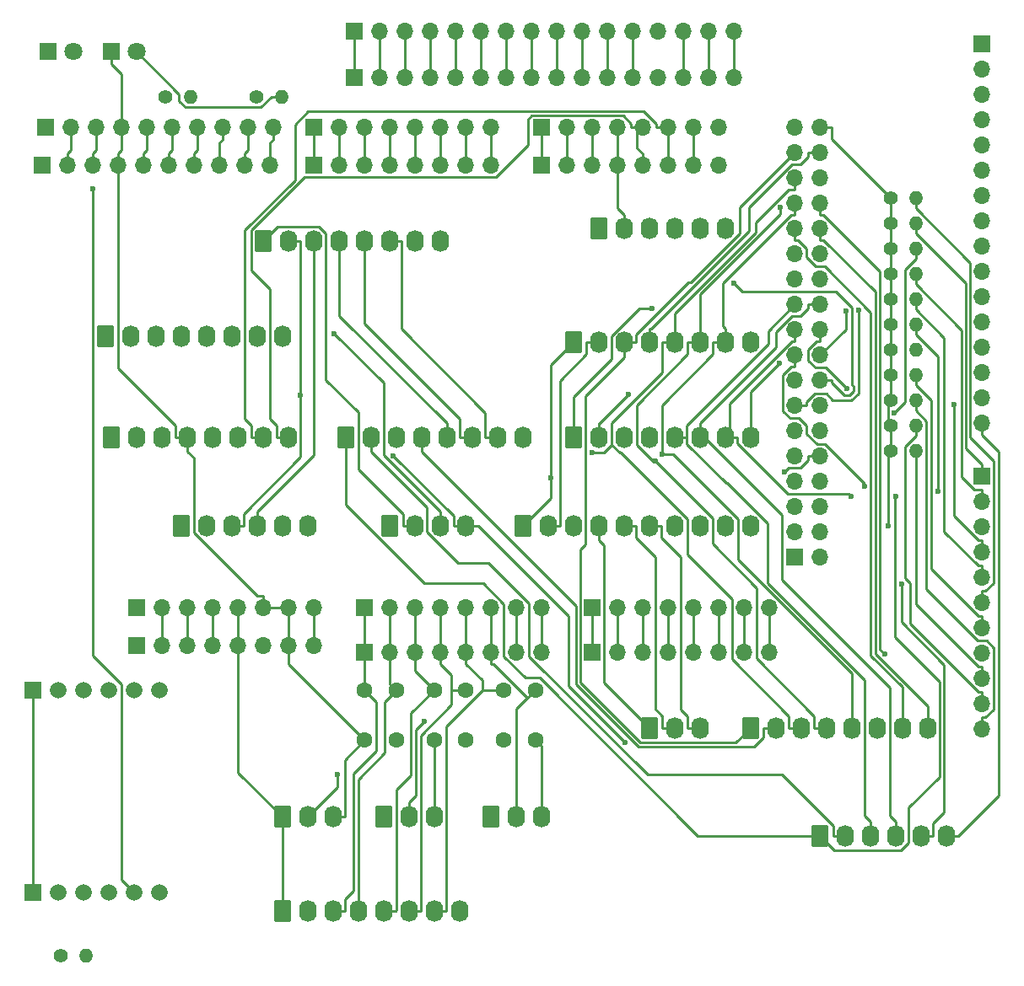
<source format=gbr>
%TF.GenerationSoftware,KiCad,Pcbnew,(6.0.7-1)-1*%
%TF.CreationDate,2023-11-05T12:24:44+10:00*%
%TF.ProjectId,Right Console Input,52696768-7420-4436-9f6e-736f6c652049,rev?*%
%TF.SameCoordinates,Original*%
%TF.FileFunction,Copper,L2,Bot*%
%TF.FilePolarity,Positive*%
%FSLAX46Y46*%
G04 Gerber Fmt 4.6, Leading zero omitted, Abs format (unit mm)*
G04 Created by KiCad (PCBNEW (6.0.7-1)-1) date 2023-11-05 12:24:44*
%MOMM*%
%LPD*%
G01*
G04 APERTURE LIST*
G04 Aperture macros list*
%AMRoundRect*
0 Rectangle with rounded corners*
0 $1 Rounding radius*
0 $2 $3 $4 $5 $6 $7 $8 $9 X,Y pos of 4 corners*
0 Add a 4 corners polygon primitive as box body*
4,1,4,$2,$3,$4,$5,$6,$7,$8,$9,$2,$3,0*
0 Add four circle primitives for the rounded corners*
1,1,$1+$1,$2,$3*
1,1,$1+$1,$4,$5*
1,1,$1+$1,$6,$7*
1,1,$1+$1,$8,$9*
0 Add four rect primitives between the rounded corners*
20,1,$1+$1,$2,$3,$4,$5,0*
20,1,$1+$1,$4,$5,$6,$7,0*
20,1,$1+$1,$6,$7,$8,$9,0*
20,1,$1+$1,$8,$9,$2,$3,0*%
G04 Aperture macros list end*
%TA.AperFunction,ComponentPad*%
%ADD10R,1.700000X1.700000*%
%TD*%
%TA.AperFunction,ComponentPad*%
%ADD11O,1.700000X1.700000*%
%TD*%
%TA.AperFunction,ComponentPad*%
%ADD12RoundRect,0.250000X-0.620000X-0.845000X0.620000X-0.845000X0.620000X0.845000X-0.620000X0.845000X0*%
%TD*%
%TA.AperFunction,ComponentPad*%
%ADD13O,1.740000X2.190000*%
%TD*%
%TA.AperFunction,ComponentPad*%
%ADD14C,1.400000*%
%TD*%
%TA.AperFunction,ComponentPad*%
%ADD15O,1.400000X1.400000*%
%TD*%
%TA.AperFunction,ComponentPad*%
%ADD16C,1.600000*%
%TD*%
%TA.AperFunction,ComponentPad*%
%ADD17R,1.800000X1.800000*%
%TD*%
%TA.AperFunction,ComponentPad*%
%ADD18C,1.800000*%
%TD*%
%TA.AperFunction,ComponentPad*%
%ADD19R,1.665000X1.665000*%
%TD*%
%TA.AperFunction,ComponentPad*%
%ADD20C,1.665000*%
%TD*%
%TA.AperFunction,ViaPad*%
%ADD21C,0.600000*%
%TD*%
%TA.AperFunction,Conductor*%
%ADD22C,0.250000*%
%TD*%
G04 APERTURE END LIST*
D10*
%TO.P,J33,1,Pin_1*%
%TO.N,GND*%
X193980000Y-92380000D03*
D11*
%TO.P,J33,2,Pin_2*%
X196520000Y-92380000D03*
%TO.P,J33,3,Pin_3*%
%TO.N,SCLK*%
X193980000Y-89840000D03*
%TO.P,J33,4,Pin_4*%
%TO.N,ES1_RST*%
X196520000Y-89840000D03*
%TO.P,J33,5,Pin_5*%
%TO.N,MISO*%
X193980000Y-87300000D03*
%TO.P,J33,6,Pin_6*%
%TO.N,MOSI*%
X196520000Y-87300000D03*
%TO.P,J33,7,Pin_7*%
%TO.N,/48*%
X193980000Y-84760000D03*
%TO.P,J33,8,Pin_8*%
%TO.N,/49*%
X196520000Y-84760000D03*
%TO.P,J33,9,Pin_9*%
%TO.N,/\u002A46*%
X193980000Y-82220000D03*
%TO.P,J33,10,Pin_10*%
%TO.N,/47*%
X196520000Y-82220000D03*
%TO.P,J33,11,Pin_11*%
%TO.N,/\u002A44*%
X193980000Y-79680000D03*
%TO.P,J33,12,Pin_12*%
%TO.N,/\u002A45*%
X196520000Y-79680000D03*
%TO.P,J33,13,Pin_13*%
%TO.N,/42*%
X193980000Y-77140000D03*
%TO.P,J33,14,Pin_14*%
%TO.N,/43*%
X196520000Y-77140000D03*
%TO.P,J33,15,Pin_15*%
%TO.N,/40*%
X193980000Y-74600000D03*
%TO.P,J33,16,Pin_16*%
%TO.N,/41*%
X196520000Y-74600000D03*
%TO.P,J33,17,Pin_17*%
%TO.N,/38*%
X193980000Y-72060000D03*
%TO.P,J33,18,Pin_18*%
%TO.N,/39*%
X196520000Y-72060000D03*
%TO.P,J33,19,Pin_19*%
%TO.N,/36*%
X193980000Y-69520000D03*
%TO.P,J33,20,Pin_20*%
%TO.N,/37*%
X196520000Y-69520000D03*
%TO.P,J33,21,Pin_21*%
%TO.N,/34*%
X193980000Y-66980000D03*
%TO.P,J33,22,Pin_22*%
%TO.N,/35*%
X196520000Y-66980000D03*
%TO.P,J33,23,Pin_23*%
%TO.N,/32*%
X193980000Y-64440000D03*
%TO.P,J33,24,Pin_24*%
%TO.N,/33*%
X196520000Y-64440000D03*
%TO.P,J33,25,Pin_25*%
%TO.N,/30*%
X193980000Y-61900000D03*
%TO.P,J33,26,Pin_26*%
%TO.N,/31*%
X196520000Y-61900000D03*
%TO.P,J33,27,Pin_27*%
%TO.N,/28*%
X193980000Y-59360000D03*
%TO.P,J33,28,Pin_28*%
%TO.N,/29*%
X196520000Y-59360000D03*
%TO.P,J33,29,Pin_29*%
%TO.N,/26*%
X193980000Y-56820000D03*
%TO.P,J33,30,Pin_30*%
%TO.N,/27*%
X196520000Y-56820000D03*
%TO.P,J33,31,Pin_31*%
%TO.N,/24*%
X193980000Y-54280000D03*
%TO.P,J33,32,Pin_32*%
%TO.N,/25*%
X196520000Y-54280000D03*
%TO.P,J33,33,Pin_33*%
%TO.N,/22*%
X193980000Y-51740000D03*
%TO.P,J33,34,Pin_34*%
%TO.N,/23*%
X196520000Y-51740000D03*
%TO.P,J33,35,Pin_35*%
%TO.N,+5V*%
X193980000Y-49200000D03*
%TO.P,J33,36,Pin_36*%
X196520000Y-49200000D03*
%TD*%
D10*
%TO.P,J7,1,Pin_1*%
%TO.N,unconnected-(J28-Pad1)*%
X127940000Y-97460000D03*
D11*
%TO.P,J7,2,Pin_2*%
%TO.N,/IOREF*%
X130480000Y-97460000D03*
%TO.P,J7,3,Pin_3*%
%TO.N,/~{RESET}*%
X133020000Y-97460000D03*
%TO.P,J7,4,Pin_4*%
%TO.N,+3V3*%
X135560000Y-97460000D03*
%TO.P,J7,5,Pin_5*%
%TO.N,+5V*%
X138100000Y-97460000D03*
%TO.P,J7,6,Pin_6*%
%TO.N,GND*%
X140640000Y-97460000D03*
%TO.P,J7,7,Pin_7*%
X143180000Y-97460000D03*
%TO.P,J7,8,Pin_8*%
%TO.N,VCC*%
X145720000Y-97460000D03*
%TD*%
D10*
%TO.P,J14,1,Pin_1*%
%TO.N,/A0*%
X150800000Y-97460000D03*
D11*
%TO.P,J14,2,Pin_2*%
%TO.N,/A1*%
X153340000Y-97460000D03*
%TO.P,J14,3,Pin_3*%
%TO.N,/A2*%
X155880000Y-97460000D03*
%TO.P,J14,4,Pin_4*%
%TO.N,/A3*%
X158420000Y-97460000D03*
%TO.P,J14,5,Pin_5*%
%TO.N,/A4*%
X160960000Y-97460000D03*
%TO.P,J14,6,Pin_6*%
%TO.N,/A5*%
X163500000Y-97460000D03*
%TO.P,J14,7,Pin_7*%
%TO.N,/A6*%
X166040000Y-97460000D03*
%TO.P,J14,8,Pin_8*%
%TO.N,/A7*%
X168580000Y-97460000D03*
%TD*%
D10*
%TO.P,J28,1,Pin_1*%
%TO.N,/A8*%
X173660000Y-97460000D03*
D11*
%TO.P,J28,2,Pin_2*%
%TO.N,/A9*%
X176200000Y-97460000D03*
%TO.P,J28,3,Pin_3*%
%TO.N,/A10*%
X178740000Y-97460000D03*
%TO.P,J28,4,Pin_4*%
%TO.N,/A11*%
X181280000Y-97460000D03*
%TO.P,J28,5,Pin_5*%
%TO.N,/A12*%
X183820000Y-97460000D03*
%TO.P,J28,6,Pin_6*%
%TO.N,/A13*%
X186360000Y-97460000D03*
%TO.P,J28,7,Pin_7*%
%TO.N,/A14*%
X188900000Y-97460000D03*
%TO.P,J28,8,Pin_8*%
%TO.N,/A15*%
X191440000Y-97460000D03*
%TD*%
D10*
%TO.P,J2,1,Pin_1*%
%TO.N,/ILS_L_A*%
X118796000Y-49200000D03*
D11*
%TO.P,J2,2,Pin_2*%
%TO.N,/ILS_L_B*%
X121336000Y-49200000D03*
%TO.P,J2,3,Pin_3*%
%TO.N,/AREF*%
X123876000Y-49200000D03*
%TO.P,J2,4,Pin_4*%
%TO.N,GND*%
X126416000Y-49200000D03*
%TO.P,J2,5,Pin_5*%
%TO.N,/\u002A13*%
X128956000Y-49200000D03*
%TO.P,J2,6,Pin_6*%
%TO.N,/\u002A12*%
X131496000Y-49200000D03*
%TO.P,J2,7,Pin_7*%
%TO.N,/\u002A11*%
X134036000Y-49200000D03*
%TO.P,J2,8,Pin_8*%
%TO.N,SS*%
X136576000Y-49200000D03*
%TO.P,J2,9,Pin_9*%
%TO.N,/\u002A9*%
X139116000Y-49200000D03*
%TO.P,J2,10,Pin_10*%
%TO.N,/\u002A8*%
X141656000Y-49200000D03*
%TD*%
D10*
%TO.P,J11,1,Pin_1*%
%TO.N,/\u002A7*%
X145720000Y-49200000D03*
D11*
%TO.P,J11,2,Pin_2*%
%TO.N,/\u002A6*%
X148260000Y-49200000D03*
%TO.P,J11,3,Pin_3*%
%TO.N,/\u002A5*%
X150800000Y-49200000D03*
%TO.P,J11,4,Pin_4*%
%TO.N,/\u002A4*%
X153340000Y-49200000D03*
%TO.P,J11,5,Pin_5*%
%TO.N,/\u002A3*%
X155880000Y-49200000D03*
%TO.P,J11,6,Pin_6*%
%TO.N,/\u002A2*%
X158420000Y-49200000D03*
%TO.P,J11,7,Pin_7*%
%TO.N,/TX0{slash}1*%
X160960000Y-49200000D03*
%TO.P,J11,8,Pin_8*%
%TO.N,/RX0{slash}0*%
X163500000Y-49200000D03*
%TD*%
D10*
%TO.P,J21,1,Pin_1*%
%TO.N,/TACAN_R_B*%
X168580000Y-49200000D03*
D11*
%TO.P,J21,2,Pin_2*%
%TO.N,/RX3{slash}15*%
X171120000Y-49200000D03*
%TO.P,J21,3,Pin_3*%
%TO.N,/TACAN_L_B*%
X173660000Y-49200000D03*
%TO.P,J21,4,Pin_4*%
%TO.N,/RX2{slash}17*%
X176200000Y-49200000D03*
%TO.P,J21,5,Pin_5*%
%TO.N,/ILS_R_B*%
X178740000Y-49200000D03*
%TO.P,J21,6,Pin_6*%
%TO.N,/ILS_R_A*%
X181280000Y-49200000D03*
%TO.P,J21,7,Pin_7*%
%TO.N,/ILS_L_B*%
X183820000Y-49200000D03*
%TO.P,J21,8,Pin_8*%
%TO.N,/ILS_L_A*%
X186360000Y-49200000D03*
%TD*%
D12*
%TO.P,J10,1,Pin_1*%
%TO.N,/42*%
X140640000Y-60630000D03*
D13*
%TO.P,J10,2,Pin_2*%
%TO.N,/22*%
X143180000Y-60630000D03*
%TO.P,J10,3,Pin_3*%
%TO.N,/23*%
X145720000Y-60630000D03*
%TO.P,J10,4,Pin_4*%
%TO.N,/24*%
X148260000Y-60630000D03*
%TO.P,J10,5,Pin_5*%
%TO.N,/25*%
X150800000Y-60630000D03*
%TO.P,J10,6,Pin_6*%
%TO.N,/26*%
X153340000Y-60630000D03*
%TO.P,J10,7,Pin_7*%
%TO.N,/27*%
X155880000Y-60630000D03*
%TO.P,J10,8,Pin_8*%
%TO.N,unconnected-(J3-Pad8)*%
X158420000Y-60630000D03*
%TD*%
D14*
%TO.P,R13,1*%
%TO.N,+5V*%
X203632000Y-69012000D03*
D15*
%TO.P,R13,2*%
%TO.N,/40*%
X206172000Y-69012000D03*
%TD*%
D14*
%TO.P,R1,1*%
%TO.N,/\u002A6*%
X130784000Y-46152000D03*
D15*
%TO.P,R1,2*%
%TO.N,Net-(D2-Pad2)*%
X133324000Y-46152000D03*
%TD*%
D12*
%TO.P,J24,1,Pin_1*%
%TO.N,/40*%
X171755000Y-70790000D03*
D13*
%TO.P,J24,2,Pin_2*%
%TO.N,/41*%
X174295000Y-70790000D03*
%TO.P,J24,3,Pin_3*%
%TO.N,/22*%
X176835000Y-70790000D03*
%TO.P,J24,4,Pin_4*%
%TO.N,/23*%
X179375000Y-70790000D03*
%TO.P,J24,5,Pin_5*%
%TO.N,/24*%
X181915000Y-70790000D03*
%TO.P,J24,6,Pin_6*%
%TO.N,/25*%
X184455000Y-70790000D03*
%TO.P,J24,7,Pin_7*%
%TO.N,/26*%
X186995000Y-70790000D03*
%TO.P,J24,8,Pin_8*%
%TO.N,unconnected-(J9-Pad8)*%
X189535000Y-70790000D03*
%TD*%
D16*
%TO.P,C4,1*%
%TO.N,/A0*%
X150800000Y-105755000D03*
%TO.P,C4,2*%
%TO.N,GND*%
X150800000Y-110755000D03*
%TD*%
D14*
%TO.P,R14,1*%
%TO.N,+5V*%
X203632000Y-66472000D03*
D15*
%TO.P,R14,2*%
%TO.N,/42*%
X206172000Y-66472000D03*
%TD*%
D12*
%TO.P,J26,1,Pin_1*%
%TO.N,/40*%
X166675000Y-89205000D03*
D13*
%TO.P,J26,2,Pin_2*%
%TO.N,/41*%
X169215000Y-89205000D03*
%TO.P,J26,3,Pin_3*%
%TO.N,/42*%
X171755000Y-89205000D03*
%TO.P,J26,4,Pin_4*%
%TO.N,/43*%
X174295000Y-89205000D03*
%TO.P,J26,5,Pin_5*%
%TO.N,/\u002A44*%
X176835000Y-89205000D03*
%TO.P,J26,6,Pin_6*%
%TO.N,/\u002A45*%
X179375000Y-89205000D03*
%TO.P,J26,7,Pin_7*%
%TO.N,/\u002A46*%
X181915000Y-89205000D03*
%TO.P,J26,8,Pin_8*%
%TO.N,/47*%
X184455000Y-89205000D03*
%TO.P,J26,9,Pin_9*%
%TO.N,/48*%
X186995000Y-89205000D03*
%TO.P,J26,10,Pin_10*%
%TO.N,unconnected-(J4-Pad10)*%
X189535000Y-89205000D03*
%TD*%
D14*
%TO.P,R2,1*%
%TO.N,+3V3*%
X120325000Y-132385000D03*
D15*
%TO.P,R2,2*%
%TO.N,Net-(R14-Pad2)*%
X122865000Y-132385000D03*
%TD*%
D10*
%TO.P,J9,1,Pin_1*%
%TO.N,Net-(J24-Pad1)*%
X149784000Y-44198000D03*
D11*
%TO.P,J9,2,Pin_2*%
%TO.N,Net-(J24-Pad2)*%
X152324000Y-44198000D03*
%TO.P,J9,3,Pin_3*%
%TO.N,Net-(J24-Pad3)*%
X154864000Y-44198000D03*
%TO.P,J9,4,Pin_4*%
%TO.N,Net-(J24-Pad4)*%
X157404000Y-44198000D03*
%TO.P,J9,5,Pin_5*%
%TO.N,Net-(J24-Pad5)*%
X159944000Y-44198000D03*
%TO.P,J9,6,Pin_6*%
%TO.N,Net-(J24-Pad6)*%
X162484000Y-44198000D03*
%TO.P,J9,7,Pin_7*%
%TO.N,Net-(J24-Pad7)*%
X165024000Y-44198000D03*
%TO.P,J9,8,Pin_8*%
%TO.N,Net-(J24-Pad8)*%
X167564000Y-44198000D03*
%TO.P,J9,9,Pin_9*%
%TO.N,Net-(J24-Pad9)*%
X170104000Y-44198000D03*
%TO.P,J9,10,Pin_10*%
%TO.N,Net-(J24-Pad10)*%
X172644000Y-44198000D03*
%TO.P,J9,11,Pin_11*%
%TO.N,Net-(J24-Pad11)*%
X175184000Y-44198000D03*
%TO.P,J9,12,Pin_12*%
%TO.N,Net-(J24-Pad12)*%
X177724000Y-44198000D03*
%TO.P,J9,13,Pin_13*%
%TO.N,Net-(J24-Pad13)*%
X180264000Y-44198000D03*
%TO.P,J9,14,Pin_14*%
%TO.N,Net-(J24-Pad14)*%
X182804000Y-44198000D03*
%TO.P,J9,15,Pin_15*%
%TO.N,Net-(J24-Pad15)*%
X185344000Y-44198000D03*
%TO.P,J9,16,Pin_16*%
%TO.N,Net-(J24-Pad16)*%
X187884000Y-44198000D03*
%TD*%
D12*
%TO.P,J13,1,Pin_1*%
%TO.N,/38*%
X148895000Y-80315000D03*
D13*
%TO.P,J13,2,Pin_2*%
%TO.N,/39*%
X151435000Y-80315000D03*
%TO.P,J13,3,Pin_3*%
%TO.N,/22*%
X153975000Y-80315000D03*
%TO.P,J13,4,Pin_4*%
%TO.N,/23*%
X156515000Y-80315000D03*
%TO.P,J13,5,Pin_5*%
%TO.N,/24*%
X159055000Y-80315000D03*
%TO.P,J13,6,Pin_6*%
%TO.N,/25*%
X161595000Y-80315000D03*
%TO.P,J13,7,Pin_7*%
%TO.N,/26*%
X164135000Y-80315000D03*
%TO.P,J13,8,Pin_8*%
%TO.N,unconnected-(J7-Pad8)*%
X166675000Y-80315000D03*
%TD*%
D10*
%TO.P,J29,1,Pin_1*%
%TO.N,/A8*%
X173660000Y-101905000D03*
D11*
%TO.P,J29,2,Pin_2*%
%TO.N,/A9*%
X176200000Y-101905000D03*
%TO.P,J29,3,Pin_3*%
%TO.N,/A10*%
X178740000Y-101905000D03*
%TO.P,J29,4,Pin_4*%
%TO.N,/A11*%
X181280000Y-101905000D03*
%TO.P,J29,5,Pin_5*%
%TO.N,/A12*%
X183820000Y-101905000D03*
%TO.P,J29,6,Pin_6*%
%TO.N,/A13*%
X186360000Y-101905000D03*
%TO.P,J29,7,Pin_7*%
%TO.N,/A14*%
X188900000Y-101905000D03*
%TO.P,J29,8,Pin_8*%
%TO.N,/A15*%
X191440000Y-101905000D03*
%TD*%
D12*
%TO.P,J34,1,Pin_1*%
%TO.N,/38*%
X196520000Y-120340000D03*
D13*
%TO.P,J34,2,Pin_2*%
%TO.N,/39*%
X199060000Y-120340000D03*
%TO.P,J34,3,Pin_3*%
%TO.N,/34*%
X201600000Y-120340000D03*
%TO.P,J34,4,Pin_4*%
%TO.N,/35*%
X204140000Y-120340000D03*
%TO.P,J34,5,Pin_5*%
%TO.N,/36*%
X206680000Y-120340000D03*
%TO.P,J34,6,Pin_6*%
%TO.N,/37*%
X209220000Y-120340000D03*
%TD*%
D10*
%TO.P,J31,1,Pin_1*%
%TO.N,/22*%
X212776000Y-40818000D03*
D11*
%TO.P,J31,2,Pin_2*%
%TO.N,/23*%
X212776000Y-43358000D03*
%TO.P,J31,3,Pin_3*%
%TO.N,/24*%
X212776000Y-45898000D03*
%TO.P,J31,4,Pin_4*%
%TO.N,/25*%
X212776000Y-48438000D03*
%TO.P,J31,5,Pin_5*%
%TO.N,/26*%
X212776000Y-50978000D03*
%TO.P,J31,6,Pin_6*%
%TO.N,/27*%
X212776000Y-53518000D03*
%TO.P,J31,7,Pin_7*%
%TO.N,/28*%
X212776000Y-56058000D03*
%TO.P,J31,8,Pin_8*%
%TO.N,/29*%
X212776000Y-58598000D03*
%TO.P,J31,9,Pin_9*%
%TO.N,/30*%
X212776000Y-61138000D03*
%TO.P,J31,10,Pin_10*%
%TO.N,/31*%
X212776000Y-63678000D03*
%TO.P,J31,11,Pin_11*%
%TO.N,/32*%
X212776000Y-66218000D03*
%TO.P,J31,12,Pin_12*%
%TO.N,/33*%
X212776000Y-68758000D03*
%TO.P,J31,13,Pin_13*%
%TO.N,/34*%
X212776000Y-71298000D03*
%TO.P,J31,14,Pin_14*%
%TO.N,/35*%
X212776000Y-73838000D03*
%TO.P,J31,15,Pin_15*%
%TO.N,/36*%
X212776000Y-76378000D03*
%TO.P,J31,16,Pin_16*%
%TO.N,/37*%
X212776000Y-78918000D03*
%TD*%
D12*
%TO.P,J22,1,Pin_1*%
%TO.N,GND*%
X174295000Y-59360000D03*
D13*
%TO.P,J22,2,Pin_2*%
%TO.N,/RX2{slash}17*%
X176835000Y-59360000D03*
%TO.P,J22,3,Pin_3*%
%TO.N,/TACAN_L_B*%
X179375000Y-59360000D03*
%TO.P,J22,4,Pin_4*%
%TO.N,/RX3{slash}15*%
X181915000Y-59360000D03*
%TO.P,J22,5,Pin_5*%
%TO.N,/TACAN_R_B*%
X184455000Y-59360000D03*
%TO.P,J22,6,Pin_6*%
%TO.N,unconnected-(J13-Pad6)*%
X186995000Y-59360000D03*
%TD*%
D16*
%TO.P,C2,1*%
%TO.N,/A4*%
X164770000Y-105715000D03*
%TO.P,C2,2*%
%TO.N,GND*%
X164770000Y-110715000D03*
%TD*%
%TO.P,C3,1*%
%TO.N,/A3*%
X160960000Y-105715000D03*
%TO.P,C3,2*%
%TO.N,GND*%
X160960000Y-110715000D03*
%TD*%
D14*
%TO.P,R5,1*%
%TO.N,+5V*%
X203582000Y-61392000D03*
D15*
%TO.P,R5,2*%
%TO.N,/\u002A45*%
X206122000Y-61392000D03*
%TD*%
D10*
%TO.P,J5,1,Pin_1*%
%TO.N,unconnected-(J27-Pad1)*%
X127940000Y-101270000D03*
D11*
%TO.P,J5,2,Pin_2*%
%TO.N,/IOREF*%
X130480000Y-101270000D03*
%TO.P,J5,3,Pin_3*%
%TO.N,/~{RESET}*%
X133020000Y-101270000D03*
%TO.P,J5,4,Pin_4*%
%TO.N,+3V3*%
X135560000Y-101270000D03*
%TO.P,J5,5,Pin_5*%
%TO.N,+5V*%
X138100000Y-101270000D03*
%TO.P,J5,6,Pin_6*%
%TO.N,GND*%
X140640000Y-101270000D03*
%TO.P,J5,7,Pin_7*%
X143180000Y-101270000D03*
%TO.P,J5,8,Pin_8*%
%TO.N,VCC*%
X145720000Y-101270000D03*
%TD*%
D14*
%TO.P,R6,1*%
%TO.N,+5V*%
X203632000Y-56312000D03*
D15*
%TO.P,R6,2*%
%TO.N,/43*%
X206172000Y-56312000D03*
%TD*%
D14*
%TO.P,R12,1*%
%TO.N,+5V*%
X203582000Y-81712000D03*
D15*
%TO.P,R12,2*%
%TO.N,/\u002A46*%
X206122000Y-81712000D03*
%TD*%
D12*
%TO.P,J18,1,Pin_1*%
%TO.N,+5V*%
X152705000Y-118435000D03*
D13*
%TO.P,J18,2,Pin_2*%
%TO.N,/A6*%
X155245000Y-118435000D03*
%TO.P,J18,3,Pin_3*%
%TO.N,GND*%
X157785000Y-118435000D03*
%TD*%
D12*
%TO.P,J6,1,Pin_1*%
%TO.N,/\u002A46*%
X132385000Y-89225000D03*
D13*
%TO.P,J6,2,Pin_2*%
%TO.N,/47*%
X134925000Y-89225000D03*
%TO.P,J6,3,Pin_3*%
%TO.N,/22*%
X137465000Y-89225000D03*
%TO.P,J6,4,Pin_4*%
%TO.N,/23*%
X140005000Y-89225000D03*
%TO.P,J6,5,Pin_5*%
%TO.N,/24*%
X142545000Y-89225000D03*
%TO.P,J6,6,Pin_6*%
%TO.N,/25*%
X145085000Y-89225000D03*
%TD*%
D12*
%TO.P,J16,1,Pin_1*%
%TO.N,/41*%
X153340000Y-89225000D03*
D13*
%TO.P,J16,2,Pin_2*%
%TO.N,/42*%
X155880000Y-89225000D03*
%TO.P,J16,3,Pin_3*%
%TO.N,/28*%
X158420000Y-89225000D03*
%TO.P,J16,4,Pin_4*%
%TO.N,/29*%
X160960000Y-89225000D03*
%TD*%
D16*
%TO.P,C1,1*%
%TO.N,/A1*%
X153975000Y-105755000D03*
%TO.P,C1,2*%
%TO.N,GND*%
X153975000Y-110755000D03*
%TD*%
D14*
%TO.P,R4,1*%
%TO.N,+5V*%
X203632000Y-58852000D03*
D15*
%TO.P,R4,2*%
%TO.N,/38*%
X206172000Y-58852000D03*
%TD*%
D12*
%TO.P,J4,1,Pin_1*%
%TO.N,/38*%
X124765000Y-70155000D03*
D13*
%TO.P,J4,2,Pin_2*%
%TO.N,/39*%
X127305000Y-70155000D03*
%TO.P,J4,3,Pin_3*%
%TO.N,/28*%
X129845000Y-70155000D03*
%TO.P,J4,4,Pin_4*%
%TO.N,/29*%
X132385000Y-70155000D03*
%TO.P,J4,5,Pin_5*%
%TO.N,/30*%
X134925000Y-70155000D03*
%TO.P,J4,6,Pin_6*%
%TO.N,/31*%
X137465000Y-70155000D03*
%TO.P,J4,7,Pin_7*%
%TO.N,/32*%
X140005000Y-70155000D03*
%TO.P,J4,8,Pin_8*%
%TO.N,/33*%
X142545000Y-70155000D03*
%TD*%
D10*
%TO.P,J23,1,Pin_1*%
%TO.N,/TACAN_R_B*%
X168580000Y-53010000D03*
D11*
%TO.P,J23,2,Pin_2*%
%TO.N,/RX3{slash}15*%
X171120000Y-53010000D03*
%TO.P,J23,3,Pin_3*%
%TO.N,/TACAN_L_B*%
X173660000Y-53010000D03*
%TO.P,J23,4,Pin_4*%
%TO.N,/RX2{slash}17*%
X176200000Y-53010000D03*
%TO.P,J23,5,Pin_5*%
%TO.N,/ILS_R_B*%
X178740000Y-53010000D03*
%TO.P,J23,6,Pin_6*%
%TO.N,/ILS_R_A*%
X181280000Y-53010000D03*
%TO.P,J23,7,Pin_7*%
%TO.N,/ILS_L_B*%
X183820000Y-53010000D03*
%TO.P,J23,8,Pin_8*%
%TO.N,/ILS_L_A*%
X186360000Y-53010000D03*
%TD*%
D12*
%TO.P,J17,1,Pin_1*%
%TO.N,+5V*%
X142545000Y-127940000D03*
D13*
%TO.P,J17,2,Pin_2*%
%TO.N,GND*%
X145085000Y-127940000D03*
%TO.P,J17,3,Pin_3*%
%TO.N,/A0*%
X147625000Y-127940000D03*
%TO.P,J17,4,Pin_4*%
%TO.N,/A1*%
X150165000Y-127940000D03*
%TO.P,J17,5,Pin_5*%
%TO.N,/A2*%
X152705000Y-127940000D03*
%TO.P,J17,6,Pin_6*%
%TO.N,/A3*%
X155245000Y-127940000D03*
%TO.P,J17,7,Pin_7*%
%TO.N,/A4*%
X157785000Y-127940000D03*
%TO.P,J17,8,Pin_8*%
%TO.N,unconnected-(J21-Pad8)*%
X160325000Y-127940000D03*
%TD*%
D16*
%TO.P,C6,1*%
%TO.N,/A5*%
X167945000Y-105715000D03*
%TO.P,C6,2*%
%TO.N,GND*%
X167945000Y-110715000D03*
%TD*%
D14*
%TO.P,R10,1*%
%TO.N,+5V*%
X203582000Y-63932000D03*
D15*
%TO.P,R10,2*%
%TO.N,/39*%
X206122000Y-63932000D03*
%TD*%
D10*
%TO.P,J8,1,Pin_1*%
%TO.N,/\u002A7*%
X145720000Y-53010000D03*
D11*
%TO.P,J8,2,Pin_2*%
%TO.N,/\u002A6*%
X148260000Y-53010000D03*
%TO.P,J8,3,Pin_3*%
%TO.N,/\u002A5*%
X150800000Y-53010000D03*
%TO.P,J8,4,Pin_4*%
%TO.N,/\u002A4*%
X153340000Y-53010000D03*
%TO.P,J8,5,Pin_5*%
%TO.N,/\u002A3*%
X155880000Y-53010000D03*
%TO.P,J8,6,Pin_6*%
%TO.N,/\u002A2*%
X158420000Y-53010000D03*
%TO.P,J8,7,Pin_7*%
%TO.N,/TX0{slash}1*%
X160960000Y-53010000D03*
%TO.P,J8,8,Pin_8*%
%TO.N,/RX0{slash}0*%
X163500000Y-53010000D03*
%TD*%
D10*
%TO.P,J15,1,Pin_1*%
%TO.N,/A0*%
X150800000Y-101905000D03*
D11*
%TO.P,J15,2,Pin_2*%
%TO.N,/A1*%
X153340000Y-101905000D03*
%TO.P,J15,3,Pin_3*%
%TO.N,/A2*%
X155880000Y-101905000D03*
%TO.P,J15,4,Pin_4*%
%TO.N,/A3*%
X158420000Y-101905000D03*
%TO.P,J15,5,Pin_5*%
%TO.N,/A4*%
X160960000Y-101905000D03*
%TO.P,J15,6,Pin_6*%
%TO.N,/A5*%
X163500000Y-101905000D03*
%TO.P,J15,7,Pin_7*%
%TO.N,/A6*%
X166040000Y-101905000D03*
%TO.P,J15,8,Pin_8*%
%TO.N,/A7*%
X168580000Y-101905000D03*
%TD*%
D12*
%TO.P,J27,1,Pin_1*%
%TO.N,/22*%
X189535000Y-109525000D03*
D13*
%TO.P,J27,2,Pin_2*%
%TO.N,/23*%
X192075000Y-109525000D03*
%TO.P,J27,3,Pin_3*%
%TO.N,/24*%
X194615000Y-109525000D03*
%TO.P,J27,4,Pin_4*%
%TO.N,/25*%
X197155000Y-109525000D03*
%TO.P,J27,5,Pin_5*%
%TO.N,/26*%
X199695000Y-109525000D03*
%TO.P,J27,6,Pin_6*%
%TO.N,/27*%
X202235000Y-109525000D03*
%TO.P,J27,7,Pin_7*%
%TO.N,/28*%
X204775000Y-109525000D03*
%TO.P,J27,8,Pin_8*%
%TO.N,/29*%
X207315000Y-109525000D03*
%TD*%
D12*
%TO.P,J3,1,Pin_1*%
%TO.N,/38*%
X125400000Y-80335000D03*
D13*
%TO.P,J3,2,Pin_2*%
%TO.N,/27*%
X127940000Y-80335000D03*
%TO.P,J3,3,Pin_3*%
%TO.N,unconnected-(J14-Pad3)*%
X130480000Y-80335000D03*
%TO.P,J3,4,Pin_4*%
%TO.N,GND*%
X133020000Y-80335000D03*
%TO.P,J3,5,Pin_5*%
%TO.N,/ILS_L_A*%
X135560000Y-80335000D03*
%TO.P,J3,6,Pin_6*%
%TO.N,/ILS_L_B*%
X138100000Y-80335000D03*
%TO.P,J3,7,Pin_7*%
%TO.N,/ILS_R_A*%
X140640000Y-80335000D03*
%TO.P,J3,8,Pin_8*%
%TO.N,/ILS_R_B*%
X143180000Y-80335000D03*
%TD*%
D12*
%TO.P,J19,1,Pin_1*%
%TO.N,+5V*%
X142545000Y-118435000D03*
D13*
%TO.P,J19,2,Pin_2*%
%TO.N,/A7*%
X145085000Y-118435000D03*
%TO.P,J19,3,Pin_3*%
%TO.N,GND*%
X147625000Y-118435000D03*
%TD*%
D14*
%TO.P,R9,1*%
%TO.N,+5V*%
X203632000Y-74092000D03*
D15*
%TO.P,R9,2*%
%TO.N,/\u002A44*%
X206172000Y-74092000D03*
%TD*%
D14*
%TO.P,R8,1*%
%TO.N,+5V*%
X203632000Y-71552000D03*
D15*
%TO.P,R8,2*%
%TO.N,/41*%
X206172000Y-71552000D03*
%TD*%
D17*
%TO.P,D2,1,K*%
%TO.N,GND*%
X125395000Y-41580000D03*
D18*
%TO.P,D2,2,A*%
%TO.N,Net-(D1-Pad2)*%
X127935000Y-41580000D03*
%TD*%
D14*
%TO.P,R7,1*%
%TO.N,+5V*%
X203632000Y-79172000D03*
D15*
%TO.P,R7,2*%
%TO.N,/47*%
X206172000Y-79172000D03*
%TD*%
D14*
%TO.P,R3,1*%
%TO.N,/\u002A5*%
X139928000Y-46152000D03*
D15*
%TO.P,R3,2*%
%TO.N,Net-(D1-Pad2)*%
X142468000Y-46152000D03*
%TD*%
D10*
%TO.P,J32,1,Pin_1*%
%TO.N,/38*%
X212776000Y-84252000D03*
D11*
%TO.P,J32,2,Pin_2*%
%TO.N,/39*%
X212776000Y-86792000D03*
%TO.P,J32,3,Pin_3*%
%TO.N,/40*%
X212776000Y-89332000D03*
%TO.P,J32,4,Pin_4*%
%TO.N,/41*%
X212776000Y-91872000D03*
%TO.P,J32,5,Pin_5*%
%TO.N,/42*%
X212776000Y-94412000D03*
%TO.P,J32,6,Pin_6*%
%TO.N,/43*%
X212776000Y-96952000D03*
%TO.P,J32,7,Pin_7*%
%TO.N,/\u002A44*%
X212776000Y-99492000D03*
%TO.P,J32,8,Pin_8*%
%TO.N,/\u002A45*%
X212776000Y-102032000D03*
%TO.P,J32,9,Pin_9*%
%TO.N,/\u002A46*%
X212776000Y-104572000D03*
%TO.P,J32,10,Pin_10*%
%TO.N,/47*%
X212776000Y-107112000D03*
%TO.P,J32,11,Pin_11*%
%TO.N,/48*%
X212776000Y-109652000D03*
%TD*%
D19*
%TO.P,U1,A1,GND_1*%
%TO.N,GND*%
X117495000Y-126035000D03*
D20*
%TO.P,U1,A2,GND_2*%
X120035000Y-126035000D03*
%TO.P,U1,A3,MOSI*%
%TO.N,MOSI*%
X122575000Y-126035000D03*
%TO.P,U1,A4,SCLK*%
%TO.N,SCLK*%
X125115000Y-126035000D03*
%TO.P,U1,A5,CS*%
%TO.N,SS*%
X127655000Y-126035000D03*
%TO.P,U1,A6,INT*%
%TO.N,Net-(R14-Pad2)*%
X130195000Y-126035000D03*
D19*
%TO.P,U1,B1,GND_3*%
%TO.N,GND*%
X117495000Y-105715000D03*
D20*
%TO.P,U1,B2,3V3_1*%
%TO.N,+3V3*%
X120035000Y-105715000D03*
%TO.P,U1,B3,3V3_2*%
X122575000Y-105715000D03*
%TO.P,U1,B4,NC*%
%TO.N,unconnected-(U1-PadB4)*%
X125115000Y-105715000D03*
%TO.P,U1,B5,RST*%
%TO.N,ES1_RST*%
X127655000Y-105715000D03*
%TO.P,U1,B6,MISO*%
%TO.N,MISO*%
X130195000Y-105715000D03*
%TD*%
D10*
%TO.P,J1,1,Pin_1*%
%TO.N,/ILS_L_A*%
X118415000Y-53010000D03*
D11*
%TO.P,J1,2,Pin_2*%
%TO.N,/ILS_L_B*%
X120955000Y-53010000D03*
%TO.P,J1,3,Pin_3*%
%TO.N,/AREF*%
X123495000Y-53010000D03*
%TO.P,J1,4,Pin_4*%
%TO.N,GND*%
X126035000Y-53010000D03*
%TO.P,J1,5,Pin_5*%
%TO.N,/\u002A13*%
X128575000Y-53010000D03*
%TO.P,J1,6,Pin_6*%
%TO.N,/\u002A12*%
X131115000Y-53010000D03*
%TO.P,J1,7,Pin_7*%
%TO.N,/\u002A11*%
X133655000Y-53010000D03*
%TO.P,J1,8,Pin_8*%
%TO.N,SS*%
X136195000Y-53010000D03*
%TO.P,J1,9,Pin_9*%
%TO.N,/\u002A9*%
X138735000Y-53010000D03*
%TO.P,J1,10,Pin_10*%
%TO.N,/\u002A8*%
X141275000Y-53010000D03*
%TD*%
D12*
%TO.P,J25,1,Pin_1*%
%TO.N,/30*%
X171755000Y-80335000D03*
D13*
%TO.P,J25,2,Pin_2*%
%TO.N,/31*%
X174295000Y-80335000D03*
%TO.P,J25,3,Pin_3*%
%TO.N,/32*%
X176835000Y-80335000D03*
%TO.P,J25,4,Pin_4*%
%TO.N,/33*%
X179375000Y-80335000D03*
%TO.P,J25,5,Pin_5*%
%TO.N,/34*%
X181915000Y-80335000D03*
%TO.P,J25,6,Pin_6*%
%TO.N,/35*%
X184455000Y-80335000D03*
%TO.P,J25,7,Pin_7*%
%TO.N,/36*%
X186995000Y-80335000D03*
%TO.P,J25,8,Pin_8*%
%TO.N,/37*%
X189535000Y-80335000D03*
%TD*%
D12*
%TO.P,J30,1,Pin_1*%
%TO.N,/43*%
X179375000Y-109545000D03*
D13*
%TO.P,J30,2,Pin_2*%
%TO.N,/\u002A44*%
X181915000Y-109545000D03*
%TO.P,J30,3,Pin_3*%
%TO.N,/\u002A45*%
X184455000Y-109545000D03*
%TD*%
D16*
%TO.P,C5,1*%
%TO.N,/A2*%
X157785000Y-105715000D03*
%TO.P,C5,2*%
%TO.N,GND*%
X157785000Y-110715000D03*
%TD*%
D10*
%TO.P,J12,1,Pin_1*%
%TO.N,Net-(J24-Pad1)*%
X149784000Y-39548000D03*
D11*
%TO.P,J12,2,Pin_2*%
%TO.N,Net-(J24-Pad2)*%
X152324000Y-39548000D03*
%TO.P,J12,3,Pin_3*%
%TO.N,Net-(J24-Pad3)*%
X154864000Y-39548000D03*
%TO.P,J12,4,Pin_4*%
%TO.N,Net-(J24-Pad4)*%
X157404000Y-39548000D03*
%TO.P,J12,5,Pin_5*%
%TO.N,Net-(J24-Pad5)*%
X159944000Y-39548000D03*
%TO.P,J12,6,Pin_6*%
%TO.N,Net-(J24-Pad6)*%
X162484000Y-39548000D03*
%TO.P,J12,7,Pin_7*%
%TO.N,Net-(J24-Pad7)*%
X165024000Y-39548000D03*
%TO.P,J12,8,Pin_8*%
%TO.N,Net-(J24-Pad8)*%
X167564000Y-39548000D03*
%TO.P,J12,9,Pin_9*%
%TO.N,Net-(J24-Pad9)*%
X170104000Y-39548000D03*
%TO.P,J12,10,Pin_10*%
%TO.N,Net-(J24-Pad10)*%
X172644000Y-39548000D03*
%TO.P,J12,11,Pin_11*%
%TO.N,Net-(J24-Pad11)*%
X175184000Y-39548000D03*
%TO.P,J12,12,Pin_12*%
%TO.N,Net-(J24-Pad12)*%
X177724000Y-39548000D03*
%TO.P,J12,13,Pin_13*%
%TO.N,Net-(J24-Pad13)*%
X180264000Y-39548000D03*
%TO.P,J12,14,Pin_14*%
%TO.N,Net-(J24-Pad14)*%
X182804000Y-39548000D03*
%TO.P,J12,15,Pin_15*%
%TO.N,Net-(J24-Pad15)*%
X185344000Y-39548000D03*
%TO.P,J12,16,Pin_16*%
%TO.N,Net-(J24-Pad16)*%
X187884000Y-39548000D03*
%TD*%
D17*
%TO.P,D1,1,K*%
%TO.N,GND*%
X119045000Y-41580000D03*
D18*
%TO.P,D1,2,A*%
%TO.N,Net-(D2-Pad2)*%
X121585000Y-41580000D03*
%TD*%
D12*
%TO.P,J20,1,Pin_1*%
%TO.N,+5V*%
X163500000Y-118435000D03*
D13*
%TO.P,J20,2,Pin_2*%
%TO.N,/A5*%
X166040000Y-118435000D03*
%TO.P,J20,3,Pin_3*%
%TO.N,GND*%
X168580000Y-118435000D03*
%TD*%
D14*
%TO.P,R11,1*%
%TO.N,+5V*%
X203582000Y-76632000D03*
D15*
%TO.P,R11,2*%
%TO.N,/48*%
X206122000Y-76632000D03*
%TD*%
D21*
%TO.N,SS*%
X123518500Y-55389700D03*
%TO.N,/A7*%
X148077200Y-114199200D03*
%TO.N,/A6*%
X156826200Y-108826500D03*
%TO.N,+5V*%
X203396800Y-89245300D03*
%TO.N,/22*%
X144375300Y-76116500D03*
%TO.N,/25*%
X179990700Y-82681400D03*
X192515400Y-57197800D03*
%TO.N,/24*%
X173630200Y-81848500D03*
%TO.N,/27*%
X202988600Y-102107100D03*
%TO.N,/26*%
X180700200Y-81990800D03*
%TO.N,/29*%
X176927600Y-110966200D03*
X153698700Y-82153300D03*
%TO.N,/28*%
X147728100Y-69876700D03*
%TO.N,/31*%
X177318400Y-76046300D03*
%TO.N,/30*%
X179651400Y-67344100D03*
%TO.N,/37*%
X192413900Y-72880400D03*
X199234000Y-75424600D03*
%TO.N,/36*%
X199629100Y-86228200D03*
X204738200Y-95021800D03*
%TO.N,/39*%
X199119600Y-67612700D03*
%TO.N,/38*%
X204117400Y-86222000D03*
X200990400Y-85270000D03*
%TO.N,/41*%
X187901900Y-64863000D03*
X209934800Y-76994600D03*
%TO.N,/40*%
X169494900Y-84413500D03*
X208353000Y-85769400D03*
%TO.N,/42*%
X200370300Y-67565500D03*
%TO.N,/\u002A45*%
X203985500Y-77877000D03*
%TO.N,/47*%
X192938200Y-83796100D03*
%TD*%
D22*
%TO.N,Net-(J24-Pad16)*%
X187884000Y-39548000D02*
X187884000Y-44198000D01*
%TO.N,Net-(J24-Pad15)*%
X185344000Y-39548000D02*
X185344000Y-44198000D01*
%TO.N,Net-(J24-Pad14)*%
X182804000Y-39548000D02*
X182804000Y-44198000D01*
%TO.N,Net-(J24-Pad12)*%
X177724000Y-39548000D02*
X177724000Y-44198000D01*
%TO.N,Net-(J24-Pad11)*%
X175184000Y-39548000D02*
X175184000Y-44198000D01*
%TO.N,Net-(J24-Pad10)*%
X172644000Y-39548000D02*
X172644000Y-44198000D01*
%TO.N,Net-(J24-Pad9)*%
X170104000Y-39548000D02*
X170104000Y-44198000D01*
%TO.N,Net-(J24-Pad8)*%
X167564000Y-39548000D02*
X167564000Y-44198000D01*
%TO.N,Net-(J24-Pad7)*%
X165024000Y-39548000D02*
X165024000Y-44198000D01*
%TO.N,Net-(J24-Pad6)*%
X162484000Y-39548000D02*
X162484000Y-44198000D01*
%TO.N,Net-(J24-Pad5)*%
X159944000Y-39548000D02*
X159944000Y-44198000D01*
%TO.N,Net-(J24-Pad4)*%
X157404000Y-39548000D02*
X157404000Y-44198000D01*
%TO.N,Net-(J24-Pad3)*%
X154864000Y-39548000D02*
X154864000Y-44198000D01*
%TO.N,Net-(J24-Pad2)*%
X152324000Y-39548000D02*
X152324000Y-44198000D01*
%TO.N,Net-(J24-Pad1)*%
X149784000Y-39548000D02*
X149784000Y-44198000D01*
%TO.N,/34*%
X191312100Y-69647900D02*
X193980000Y-66980000D01*
X191312100Y-70937900D02*
X191312100Y-69647900D01*
X183110300Y-79139700D02*
X191312100Y-70937900D01*
X183110300Y-80335000D02*
X183110300Y-79139700D01*
X181915000Y-80335000D02*
X183110300Y-80335000D01*
X201600000Y-120340000D02*
X201600000Y-118919700D01*
X201016600Y-118336300D02*
X201600000Y-118919700D01*
X201016600Y-104709200D02*
X201016600Y-118336300D01*
X191242100Y-94934700D02*
X201016600Y-104709200D01*
X191242100Y-88952700D02*
X191242100Y-94934700D01*
X187218700Y-84929300D02*
X191242100Y-88952700D01*
X187076100Y-84929300D02*
X187218700Y-84929300D01*
X183110300Y-80963500D02*
X187076100Y-84929300D01*
X183110300Y-80335000D02*
X183110300Y-80963500D01*
%TO.N,/ILS_R_A*%
X181280000Y-49200000D02*
X181280000Y-53010000D01*
X180104700Y-48832700D02*
X180104700Y-49200000D01*
X178823800Y-47551800D02*
X180104700Y-48832700D01*
X145156600Y-47551800D02*
X178823800Y-47551800D01*
X143819500Y-48888900D02*
X145156600Y-47551800D01*
X143819500Y-54487200D02*
X143819500Y-48888900D01*
X138794500Y-59512200D02*
X143819500Y-54487200D01*
X138794500Y-78489500D02*
X138794500Y-59512200D01*
X139444700Y-79139700D02*
X138794500Y-78489500D01*
X139444700Y-80335000D02*
X139444700Y-79139700D01*
X140640000Y-80335000D02*
X139444700Y-80335000D01*
X181280000Y-49200000D02*
X180104700Y-49200000D01*
%TO.N,/ILS_R_B*%
X177564700Y-48832600D02*
X177564700Y-49200000D01*
X176756800Y-48024700D02*
X177564700Y-48832600D01*
X167587900Y-48024700D02*
X176756800Y-48024700D01*
X167221600Y-48391000D02*
X167587900Y-48024700D01*
X167221600Y-50955600D02*
X167221600Y-48391000D01*
X163991800Y-54185400D02*
X167221600Y-50955600D01*
X144758200Y-54185400D02*
X163991800Y-54185400D01*
X139437400Y-59506200D02*
X144758200Y-54185400D01*
X139437400Y-63561600D02*
X139437400Y-59506200D01*
X141275000Y-65399200D02*
X139437400Y-63561600D01*
X141275000Y-78430000D02*
X141275000Y-65399200D01*
X141984700Y-79139700D02*
X141275000Y-78430000D01*
X141984700Y-80335000D02*
X141984700Y-79139700D01*
X143180000Y-80335000D02*
X141984700Y-80335000D01*
X178740000Y-49200000D02*
X178152400Y-49200000D01*
X178152400Y-49200000D02*
X177564700Y-49200000D01*
X178152400Y-51247100D02*
X178740000Y-51834700D01*
X178152400Y-49200000D02*
X178152400Y-51247100D01*
X178740000Y-53010000D02*
X178740000Y-51834700D01*
%TO.N,/ILS_L_B*%
X183820000Y-49200000D02*
X183820000Y-53010000D01*
X121336000Y-51453700D02*
X121336000Y-49200000D01*
X120955000Y-51834700D02*
X121336000Y-51453700D01*
X120955000Y-53010000D02*
X120955000Y-51834700D01*
%TO.N,/TACAN_R_B*%
X168580000Y-53010000D02*
X168580000Y-49200000D01*
%TO.N,SS*%
X123518500Y-102253300D02*
X123518500Y-55389700D01*
X126385000Y-105119800D02*
X123518500Y-102253300D01*
X126385000Y-124765000D02*
X126385000Y-105119800D01*
X127655000Y-126035000D02*
X126385000Y-124765000D01*
X136195000Y-50756300D02*
X136576000Y-50375300D01*
X136195000Y-53010000D02*
X136195000Y-50756300D01*
X136576000Y-49200000D02*
X136576000Y-50375300D01*
%TO.N,/TACAN_L_B*%
X173660000Y-53010000D02*
X173660000Y-49200000D01*
%TO.N,/~{RESET}*%
X133020000Y-101270000D02*
X133020000Y-97460000D01*
%TO.N,VCC*%
X145720000Y-101270000D02*
X145720000Y-97460000D01*
%TO.N,/RX2{slash}17*%
X176200000Y-49200000D02*
X176200000Y-53010000D01*
X176200000Y-57304700D02*
X176835000Y-57939700D01*
X176200000Y-53010000D02*
X176200000Y-57304700D01*
X176835000Y-59360000D02*
X176835000Y-57939700D01*
%TO.N,/RX3{slash}15*%
X171120000Y-53010000D02*
X171120000Y-49200000D01*
%TO.N,Net-(D1-Pad2)*%
X140417400Y-47177300D02*
X141442700Y-46152000D01*
X132841200Y-47177300D02*
X140417400Y-47177300D01*
X132192500Y-46528600D02*
X132841200Y-47177300D01*
X132192500Y-45837500D02*
X132192500Y-46528600D01*
X127935000Y-41580000D02*
X132192500Y-45837500D01*
X142468000Y-46152000D02*
X141442700Y-46152000D01*
%TO.N,+3V3*%
X135560000Y-101270000D02*
X135560000Y-97460000D01*
%TO.N,/RX0{slash}0*%
X163500000Y-53010000D02*
X163500000Y-49200000D01*
%TO.N,/TX0{slash}1*%
X160960000Y-53010000D02*
X160960000Y-49200000D01*
%TO.N,/\u002A2*%
X158420000Y-53010000D02*
X158420000Y-49200000D01*
%TO.N,/\u002A3*%
X155880000Y-53010000D02*
X155880000Y-49200000D01*
%TO.N,/\u002A4*%
X153340000Y-53010000D02*
X153340000Y-49200000D01*
%TO.N,/\u002A5*%
X150800000Y-53010000D02*
X150800000Y-49200000D01*
%TO.N,/\u002A6*%
X148260000Y-53010000D02*
X148260000Y-49200000D01*
%TO.N,/\u002A7*%
X145720000Y-53010000D02*
X145720000Y-49200000D01*
%TO.N,/\u002A8*%
X141275000Y-50756300D02*
X141656000Y-50375300D01*
X141275000Y-53010000D02*
X141275000Y-50756300D01*
X141656000Y-49200000D02*
X141656000Y-50375300D01*
%TO.N,/\u002A9*%
X139116000Y-51453700D02*
X139116000Y-49200000D01*
X138735000Y-51834700D02*
X139116000Y-51453700D01*
X138735000Y-53010000D02*
X138735000Y-51834700D01*
%TO.N,/\u002A11*%
X134036000Y-51453700D02*
X134036000Y-49200000D01*
X133655000Y-51834700D02*
X134036000Y-51453700D01*
X133655000Y-53010000D02*
X133655000Y-51834700D01*
%TO.N,/\u002A12*%
X131496000Y-51453700D02*
X131496000Y-49200000D01*
X131115000Y-51834700D02*
X131496000Y-51453700D01*
X131115000Y-53010000D02*
X131115000Y-51834700D01*
%TO.N,/\u002A13*%
X128956000Y-51453700D02*
X128956000Y-49200000D01*
X128575000Y-51834700D02*
X128956000Y-51453700D01*
X128575000Y-53010000D02*
X128575000Y-51834700D01*
%TO.N,/AREF*%
X123876000Y-51453700D02*
X123876000Y-49200000D01*
X123495000Y-51834700D02*
X123876000Y-51453700D01*
X123495000Y-53010000D02*
X123495000Y-51834700D01*
%TO.N,/A15*%
X191440000Y-101905000D02*
X191440000Y-97460000D01*
%TO.N,/A14*%
X188900000Y-101905000D02*
X188900000Y-97460000D01*
%TO.N,/A13*%
X186360000Y-101905000D02*
X186360000Y-97460000D01*
%TO.N,/A12*%
X183820000Y-101905000D02*
X183820000Y-97460000D01*
%TO.N,/A11*%
X181280000Y-101905000D02*
X181280000Y-97460000D01*
%TO.N,/A10*%
X178740000Y-101905000D02*
X178740000Y-97460000D01*
%TO.N,/A9*%
X176200000Y-101905000D02*
X176200000Y-97460000D01*
%TO.N,/A8*%
X173660000Y-101905000D02*
X173660000Y-97460000D01*
%TO.N,/A7*%
X168580000Y-101905000D02*
X168580000Y-97460000D01*
X148077200Y-115442800D02*
X148077200Y-114199200D01*
X145085000Y-118435000D02*
X148077200Y-115442800D01*
%TO.N,/A6*%
X166040000Y-101905000D02*
X166040000Y-97460000D01*
X155938300Y-116321400D02*
X155245000Y-117014700D01*
X155938300Y-109714400D02*
X155938300Y-116321400D01*
X156826200Y-108826500D02*
X155938300Y-109714400D01*
X155245000Y-118435000D02*
X155245000Y-117014700D01*
%TO.N,/A5*%
X163500000Y-97460000D02*
X163500000Y-101905000D01*
X163500000Y-101905000D02*
X163500000Y-103080300D01*
X163728600Y-103080300D02*
X167154200Y-106505800D01*
X163500000Y-103080300D02*
X163728600Y-103080300D01*
X166040000Y-107620000D02*
X167154200Y-106505800D01*
X166040000Y-118435000D02*
X166040000Y-107620000D01*
X167154200Y-106505800D02*
X167945000Y-105715000D01*
%TO.N,/A4*%
X160960000Y-101905000D02*
X160960000Y-97460000D01*
X157785000Y-127940000D02*
X158980300Y-127940000D01*
X160960000Y-101905000D02*
X160960000Y-103080300D01*
X162607000Y-105715000D02*
X164770000Y-105715000D01*
X158980300Y-109341700D02*
X162607000Y-105715000D01*
X158980300Y-127940000D02*
X158980300Y-109341700D01*
X162607000Y-104727300D02*
X160960000Y-103080300D01*
X162607000Y-105715000D02*
X162607000Y-104727300D01*
%TO.N,/A3*%
X158420000Y-101905000D02*
X158420000Y-97460000D01*
X155245000Y-127940000D02*
X156440300Y-127940000D01*
X158420000Y-101905000D02*
X158420000Y-103080300D01*
X159531800Y-105715000D02*
X160960000Y-105715000D01*
X159531800Y-104192100D02*
X158420000Y-103080300D01*
X159531800Y-105715000D02*
X159531800Y-104192100D01*
X159531800Y-107190600D02*
X159531800Y-105715000D01*
X156440300Y-110282100D02*
X159531800Y-107190600D01*
X156440300Y-127940000D02*
X156440300Y-110282100D01*
%TO.N,/A2*%
X155880000Y-101905000D02*
X155880000Y-97460000D01*
X155880000Y-101905000D02*
X155880000Y-103080300D01*
X155880000Y-103810000D02*
X155880000Y-103080300D01*
X157785000Y-105715000D02*
X155880000Y-103810000D01*
X152705000Y-127940000D02*
X153900300Y-127940000D01*
X154049600Y-127790700D02*
X153900300Y-127940000D01*
X154049600Y-115682000D02*
X154049600Y-127790700D01*
X155453500Y-114278100D02*
X154049600Y-115682000D01*
X155453500Y-108046500D02*
X155453500Y-114278100D01*
X157785000Y-105715000D02*
X155453500Y-108046500D01*
%TO.N,/A1*%
X150165000Y-127940000D02*
X150165000Y-126519700D01*
X152847400Y-106882600D02*
X153975000Y-105755000D01*
X152847400Y-111989700D02*
X152847400Y-106882600D01*
X150165000Y-114672100D02*
X152847400Y-111989700D01*
X150165000Y-126519700D02*
X150165000Y-114672100D01*
X153340000Y-105120000D02*
X153340000Y-101905000D01*
X153975000Y-105755000D02*
X153340000Y-105120000D01*
X153340000Y-101905000D02*
X153340000Y-97460000D01*
%TO.N,/A0*%
X150800000Y-101905000D02*
X150800000Y-97460000D01*
X147625000Y-127940000D02*
X148820300Y-127940000D01*
X150800000Y-105755000D02*
X150800000Y-101905000D01*
X148820300Y-126744700D02*
X148820300Y-127940000D01*
X149696800Y-125868200D02*
X148820300Y-126744700D01*
X149696800Y-114070300D02*
X149696800Y-125868200D01*
X151940800Y-111826300D02*
X149696800Y-114070300D01*
X151940800Y-106895800D02*
X151940800Y-111826300D01*
X150800000Y-105755000D02*
X151940800Y-106895800D01*
%TO.N,/IOREF*%
X130480000Y-101270000D02*
X130480000Y-97460000D01*
%TO.N,+5V*%
X203632000Y-76582000D02*
X203632000Y-74092000D01*
X203582000Y-76632000D02*
X203632000Y-76582000D01*
X142545000Y-118435000D02*
X142545000Y-127940000D01*
X203632000Y-58852000D02*
X203632000Y-56312000D01*
X203582000Y-58902000D02*
X203582000Y-61392000D01*
X203632000Y-58852000D02*
X203582000Y-58902000D01*
X203632000Y-66472000D02*
X203632000Y-69012000D01*
X203632000Y-74092000D02*
X203632000Y-71552000D01*
X203632000Y-71552000D02*
X203632000Y-69012000D01*
X203632000Y-63982000D02*
X203582000Y-63932000D01*
X203632000Y-66472000D02*
X203632000Y-63982000D01*
X203582000Y-63932000D02*
X203582000Y-61392000D01*
X197695300Y-50375300D02*
X203632000Y-56312000D01*
X197695300Y-49200000D02*
X197695300Y-50375300D01*
X196520000Y-49200000D02*
X197695300Y-49200000D01*
X138100000Y-113990000D02*
X138100000Y-101270000D01*
X142545000Y-118435000D02*
X138100000Y-113990000D01*
X138100000Y-101270000D02*
X138100000Y-97460000D01*
X203632000Y-81662000D02*
X203582000Y-81712000D01*
X203632000Y-79172000D02*
X203632000Y-81662000D01*
X203360200Y-78900200D02*
X203632000Y-79172000D01*
X203360200Y-76853800D02*
X203360200Y-78900200D01*
X203582000Y-76632000D02*
X203360200Y-76853800D01*
X203396800Y-81897200D02*
X203582000Y-81712000D01*
X203396800Y-89245300D02*
X203396800Y-81897200D01*
%TO.N,/23*%
X140005000Y-89225000D02*
X140005000Y-87804700D01*
X145720000Y-82089700D02*
X140005000Y-87804700D01*
X145720000Y-60630000D02*
X145720000Y-82089700D01*
X172034200Y-97254500D02*
X156515000Y-81735300D01*
X172034200Y-105145800D02*
X172034200Y-97254500D01*
X178315900Y-111427500D02*
X172034200Y-105145800D01*
X189948400Y-111427500D02*
X178315900Y-111427500D01*
X190879700Y-110496200D02*
X189948400Y-111427500D01*
X190879700Y-109525000D02*
X190879700Y-110496200D01*
X192075000Y-109525000D02*
X190879700Y-109525000D01*
X156515000Y-80315000D02*
X156515000Y-81735300D01*
X195344700Y-52107400D02*
X195344700Y-51740000D01*
X194536800Y-52915300D02*
X195344700Y-52107400D01*
X193678300Y-52915300D02*
X194536800Y-52915300D01*
X189389700Y-57203900D02*
X193678300Y-52915300D01*
X189389700Y-59556400D02*
X189389700Y-57203900D01*
X179576400Y-69369700D02*
X189389700Y-59556400D01*
X179375000Y-69369700D02*
X179576400Y-69369700D01*
X179375000Y-70790000D02*
X179375000Y-69369700D01*
X196520000Y-51740000D02*
X195344700Y-51740000D01*
%TO.N,/22*%
X137465000Y-89225000D02*
X138660300Y-89225000D01*
X143180000Y-60630000D02*
X144375300Y-60630000D01*
X144375300Y-82314700D02*
X144375300Y-76116500D01*
X138660300Y-88029700D02*
X144375300Y-82314700D01*
X138660300Y-89225000D02*
X138660300Y-88029700D01*
X144375300Y-76116500D02*
X144375300Y-60630000D01*
X176835000Y-72318300D02*
X176835000Y-70790000D01*
X172963300Y-76190000D02*
X176835000Y-72318300D01*
X172963300Y-91083200D02*
X172963300Y-76190000D01*
X172484600Y-91561900D02*
X172963300Y-91083200D01*
X172484600Y-104959300D02*
X172484600Y-91561900D01*
X178502400Y-110977100D02*
X172484600Y-104959300D01*
X188082900Y-110977100D02*
X178502400Y-110977100D01*
X189535000Y-109525000D02*
X188082900Y-110977100D01*
X188489100Y-57230900D02*
X193980000Y-51740000D01*
X188489100Y-59802200D02*
X188489100Y-57230900D01*
X183576900Y-64714400D02*
X188489100Y-59802200D01*
X183327000Y-64714400D02*
X183576900Y-64714400D01*
X178030300Y-70011100D02*
X183327000Y-64714400D01*
X178030300Y-70790000D02*
X178030300Y-70011100D01*
X176835000Y-70790000D02*
X178030300Y-70790000D01*
%TO.N,/25*%
X197155000Y-109525000D02*
X195959700Y-109525000D01*
X184455000Y-70790000D02*
X183259700Y-70790000D01*
X195959700Y-108329700D02*
X195959700Y-109525000D01*
X190170000Y-102540000D02*
X195959700Y-108329700D01*
X190170000Y-95472300D02*
X190170000Y-102540000D01*
X185725000Y-91027300D02*
X190170000Y-95472300D01*
X185725000Y-88415700D02*
X185725000Y-91027300D01*
X179990700Y-82681400D02*
X185725000Y-88415700D01*
X179777600Y-82681400D02*
X179990700Y-82681400D01*
X178173100Y-81076900D02*
X179777600Y-82681400D01*
X178173100Y-77071900D02*
X178173100Y-81076900D01*
X183259700Y-71985300D02*
X178173100Y-77071900D01*
X183259700Y-70790000D02*
X183259700Y-71985300D01*
X161595000Y-80315000D02*
X160399700Y-80315000D01*
X192515400Y-57906000D02*
X192515400Y-57197800D01*
X184455000Y-65966400D02*
X192515400Y-57906000D01*
X184455000Y-70790000D02*
X184455000Y-65966400D01*
X150800000Y-68883100D02*
X150800000Y-60630000D01*
X160399700Y-78482800D02*
X150800000Y-68883100D01*
X160399700Y-80315000D02*
X160399700Y-78482800D01*
%TO.N,/24*%
X194615000Y-109525000D02*
X193419700Y-109525000D01*
X181915000Y-70790000D02*
X180719700Y-70790000D01*
X193980000Y-54280000D02*
X193980000Y-55455300D01*
X176431300Y-81862600D02*
X175633100Y-81064400D01*
X176545300Y-81862600D02*
X176431300Y-81862600D01*
X183185000Y-88502300D02*
X176545300Y-81862600D01*
X183185000Y-92058400D02*
X183185000Y-88502300D01*
X187724600Y-96598000D02*
X183185000Y-92058400D01*
X187724600Y-102634600D02*
X187724600Y-96598000D01*
X193419700Y-108329700D02*
X187724600Y-102634600D01*
X193419700Y-109525000D02*
X193419700Y-108329700D01*
X174849000Y-81848500D02*
X175633100Y-81064400D01*
X173630200Y-81848500D02*
X174849000Y-81848500D01*
X193373600Y-55455300D02*
X193980000Y-55455300D01*
X190065100Y-58763800D02*
X193373600Y-55455300D01*
X190065100Y-59719400D02*
X190065100Y-58763800D01*
X181915000Y-67869500D02*
X190065100Y-59719400D01*
X181915000Y-70790000D02*
X181915000Y-67869500D01*
X148260000Y-68099700D02*
X148260000Y-60630000D01*
X159055000Y-78894700D02*
X148260000Y-68099700D01*
X159055000Y-80315000D02*
X159055000Y-78894700D01*
X180719700Y-73777500D02*
X180719700Y-70790000D01*
X175633100Y-78864100D02*
X180719700Y-73777500D01*
X175633100Y-81064400D02*
X175633100Y-78864100D01*
%TO.N,/27*%
X202516400Y-101634900D02*
X202988600Y-102107100D01*
X202516400Y-63624400D02*
X202516400Y-101634900D01*
X196887300Y-57995300D02*
X202516400Y-63624400D01*
X196520000Y-57995300D02*
X196887300Y-57995300D01*
X196520000Y-56820000D02*
X196520000Y-57995300D01*
%TO.N,/26*%
X153340000Y-60630000D02*
X154535300Y-60630000D01*
X164135000Y-80315000D02*
X162939700Y-80315000D01*
X154535300Y-69441600D02*
X154535300Y-60630000D01*
X162939700Y-77846000D02*
X154535300Y-69441600D01*
X162939700Y-80315000D02*
X162939700Y-77846000D01*
X193980000Y-56820000D02*
X193980000Y-57995300D01*
X186995000Y-70790000D02*
X185799700Y-70790000D01*
X180700200Y-77084800D02*
X180700200Y-81990800D01*
X185799700Y-71985300D02*
X180700200Y-77084800D01*
X185799700Y-70790000D02*
X185799700Y-71985300D01*
X186766200Y-69140900D02*
X186995000Y-69369700D01*
X186766200Y-64841800D02*
X186766200Y-69140900D01*
X193612700Y-57995300D02*
X186766200Y-64841800D01*
X193980000Y-57995300D02*
X193612700Y-57995300D01*
X186995000Y-70790000D02*
X186995000Y-69369700D01*
X199695000Y-104024500D02*
X199695000Y-109525000D01*
X188265000Y-92594500D02*
X199695000Y-104024500D01*
X188265000Y-88498600D02*
X188265000Y-92594500D01*
X181757200Y-81990800D02*
X188265000Y-88498600D01*
X180700200Y-81990800D02*
X181757200Y-81990800D01*
%TO.N,/29*%
X160960000Y-89225000D02*
X162155300Y-89225000D01*
X160960000Y-89225000D02*
X159764700Y-89225000D01*
X159764700Y-88219300D02*
X153698700Y-82153300D01*
X159764700Y-89225000D02*
X159764700Y-88219300D01*
X162209200Y-89225000D02*
X162155300Y-89225000D01*
X171288000Y-98303800D02*
X162209200Y-89225000D01*
X171288000Y-105326600D02*
X171288000Y-98303800D01*
X176927600Y-110966200D02*
X171288000Y-105326600D01*
X196520000Y-59360000D02*
X196520000Y-60535300D01*
X207315000Y-107317800D02*
X207315000Y-109525000D01*
X202066000Y-102068800D02*
X207315000Y-107317800D01*
X202066000Y-65714000D02*
X202066000Y-102068800D01*
X196887300Y-60535300D02*
X202066000Y-65714000D01*
X196520000Y-60535300D02*
X196887300Y-60535300D01*
%TO.N,/28*%
X193980000Y-59360000D02*
X193980000Y-60535300D01*
X204775000Y-109525000D02*
X204775000Y-108104700D01*
X152705000Y-82089700D02*
X158420000Y-87804700D01*
X152705000Y-74853600D02*
X152705000Y-82089700D01*
X147728100Y-69876700D02*
X152705000Y-74853600D01*
X158420000Y-89225000D02*
X158420000Y-87804700D01*
X204775000Y-105414700D02*
X204775000Y-108104700D01*
X201615700Y-102255400D02*
X204775000Y-105414700D01*
X201615700Y-67808100D02*
X201615700Y-102255400D01*
X196977600Y-63170000D02*
X201615700Y-67808100D01*
X196102900Y-63170000D02*
X196977600Y-63170000D01*
X195155300Y-62222400D02*
X196102900Y-63170000D01*
X195155300Y-61343200D02*
X195155300Y-62222400D01*
X194347400Y-60535300D02*
X195155300Y-61343200D01*
X193980000Y-60535300D02*
X194347400Y-60535300D01*
%TO.N,/31*%
X174450000Y-78914700D02*
X177318400Y-76046300D01*
X174295000Y-78914700D02*
X174450000Y-78914700D01*
X174295000Y-80335000D02*
X174295000Y-78914700D01*
%TO.N,/30*%
X178363300Y-67344100D02*
X179651400Y-67344100D01*
X175565000Y-70142400D02*
X178363300Y-67344100D01*
X175565000Y-72418800D02*
X175565000Y-70142400D01*
X171755000Y-76228800D02*
X175565000Y-72418800D01*
X171755000Y-80335000D02*
X171755000Y-76228800D01*
%TO.N,/35*%
X195344700Y-67347400D02*
X195344700Y-66980000D01*
X194536800Y-68155300D02*
X195344700Y-67347400D01*
X193678300Y-68155300D02*
X194536800Y-68155300D01*
X192124300Y-69709300D02*
X193678300Y-68155300D01*
X192124300Y-71245400D02*
X192124300Y-69709300D01*
X184455000Y-78914700D02*
X192124300Y-71245400D01*
X196520000Y-66980000D02*
X195344700Y-66980000D01*
X184455000Y-80335000D02*
X184455000Y-79863500D01*
X184455000Y-79863500D02*
X184455000Y-78914700D01*
X203556600Y-118336300D02*
X204140000Y-118919700D01*
X203556600Y-105497400D02*
X203556600Y-118336300D01*
X192701000Y-94641800D02*
X203556600Y-105497400D01*
X192701000Y-88109500D02*
X192701000Y-94641800D01*
X184455000Y-79863500D02*
X192701000Y-88109500D01*
X204140000Y-120340000D02*
X204140000Y-118919700D01*
%TO.N,/37*%
X214428600Y-116326700D02*
X210415300Y-120340000D01*
X214428600Y-81745900D02*
X214428600Y-116326700D01*
X212776000Y-80093300D02*
X214428600Y-81745900D01*
X212776000Y-78918000D02*
X212776000Y-80093300D01*
X209220000Y-120340000D02*
X210415300Y-120340000D01*
X189535000Y-75759300D02*
X192413900Y-72880400D01*
X189535000Y-80335000D02*
X189535000Y-75759300D01*
X197139400Y-73330000D02*
X199234000Y-75424600D01*
X196089000Y-73330000D02*
X197139400Y-73330000D01*
X195344600Y-72585600D02*
X196089000Y-73330000D01*
X195344600Y-71503400D02*
X195344600Y-72585600D01*
X196152700Y-70695300D02*
X195344600Y-71503400D01*
X196520000Y-70695300D02*
X196152700Y-70695300D01*
X196520000Y-69520000D02*
X196520000Y-70695300D01*
%TO.N,/36*%
X188190300Y-80932700D02*
X188190300Y-80335000D01*
X193287600Y-86030000D02*
X188190300Y-80932700D01*
X199430900Y-86030000D02*
X193287600Y-86030000D01*
X199629100Y-86228200D02*
X199430900Y-86030000D01*
X207875300Y-119144700D02*
X207875300Y-120340000D01*
X208982500Y-118037500D02*
X207875300Y-119144700D01*
X208982500Y-103147500D02*
X208982500Y-118037500D01*
X204738200Y-98903200D02*
X208982500Y-103147500D01*
X204738200Y-95021800D02*
X204738200Y-98903200D01*
X206680000Y-120340000D02*
X207875300Y-120340000D01*
X186995000Y-80335000D02*
X187466500Y-80335000D01*
X187466500Y-80335000D02*
X188190300Y-80335000D01*
X193682400Y-70695300D02*
X193980000Y-70695300D01*
X187466500Y-76911200D02*
X193682400Y-70695300D01*
X187466500Y-80335000D02*
X187466500Y-76911200D01*
X193980000Y-69520000D02*
X193980000Y-70695300D01*
%TO.N,/39*%
X199060000Y-120340000D02*
X197864700Y-120340000D01*
X151435000Y-80315000D02*
X151435000Y-81735300D01*
X210700000Y-69535300D02*
X206122000Y-64957300D01*
X210700000Y-84348700D02*
X210700000Y-69535300D01*
X211968000Y-85616700D02*
X210700000Y-84348700D01*
X212776000Y-85616700D02*
X211968000Y-85616700D01*
X212776000Y-86792000D02*
X212776000Y-85616700D01*
X206122000Y-63932000D02*
X206122000Y-64957300D01*
X199119600Y-69460400D02*
X199119600Y-67612700D01*
X196520000Y-72060000D02*
X199119600Y-69460400D01*
X197864700Y-119368800D02*
X197864700Y-120340000D01*
X192702400Y-114206500D02*
X197864700Y-119368800D01*
X179203800Y-114206500D02*
X192702400Y-114206500D01*
X167310000Y-102312700D02*
X179203800Y-114206500D01*
X167310000Y-97040000D02*
X167310000Y-102312700D01*
X163220900Y-92950900D02*
X167310000Y-97040000D01*
X160221500Y-92950900D02*
X163220900Y-92950900D01*
X157095500Y-89824900D02*
X160221500Y-92950900D01*
X157095500Y-87395800D02*
X157095500Y-89824900D01*
X151435000Y-81735300D02*
X157095500Y-87395800D01*
%TO.N,/38*%
X206172000Y-58852000D02*
X206172000Y-59877300D01*
X212776000Y-84252000D02*
X212776000Y-83076700D01*
X148895000Y-87081200D02*
X148895000Y-80315000D01*
X156816100Y-95002300D02*
X148895000Y-87081200D01*
X162718200Y-95002300D02*
X156816100Y-95002300D01*
X164770000Y-97054100D02*
X162718200Y-95002300D01*
X164770000Y-102300300D02*
X164770000Y-97054100D01*
X166943500Y-104473800D02*
X164770000Y-102300300D01*
X168363900Y-104473800D02*
X166943500Y-104473800D01*
X184230100Y-120340000D02*
X168363900Y-104473800D01*
X196520000Y-120340000D02*
X184230100Y-120340000D01*
X211150400Y-64855700D02*
X206172000Y-59877300D01*
X211150400Y-81451100D02*
X211150400Y-64855700D01*
X212776000Y-83076700D02*
X211150400Y-81451100D01*
X197953800Y-121773800D02*
X196520000Y-120340000D01*
X204672900Y-121773800D02*
X197953800Y-121773800D01*
X205410000Y-121036700D02*
X204672900Y-121773800D01*
X205410000Y-117534100D02*
X205410000Y-121036700D01*
X208532100Y-114412000D02*
X205410000Y-117534100D01*
X208532100Y-104894700D02*
X208532100Y-114412000D01*
X204033000Y-100395600D02*
X208532100Y-104894700D01*
X204033000Y-86306400D02*
X204033000Y-100395600D01*
X204117400Y-86222000D02*
X204033000Y-86306400D01*
X193604300Y-73235300D02*
X193980000Y-73235300D01*
X192793400Y-74046200D02*
X193604300Y-73235300D01*
X192793400Y-77696100D02*
X192793400Y-74046200D01*
X193507300Y-78410000D02*
X192793400Y-77696100D01*
X194411000Y-78410000D02*
X193507300Y-78410000D01*
X195155400Y-79154400D02*
X194411000Y-78410000D01*
X195155400Y-79979600D02*
X195155400Y-79154400D01*
X196220400Y-81044600D02*
X195155400Y-79979600D01*
X197031000Y-81044600D02*
X196220400Y-81044600D01*
X200990400Y-85004000D02*
X197031000Y-81044600D01*
X200990400Y-85270000D02*
X200990400Y-85004000D01*
X193980000Y-72060000D02*
X193980000Y-73235300D01*
%TO.N,/41*%
X169215000Y-89205000D02*
X170410300Y-89205000D01*
X170410300Y-74674700D02*
X170410300Y-89205000D01*
X173099700Y-71985300D02*
X170410300Y-74674700D01*
X173099700Y-70790000D02*
X173099700Y-71985300D01*
X174295000Y-70790000D02*
X173099700Y-70790000D01*
X209934800Y-88222800D02*
X209934800Y-76994600D01*
X212408700Y-90696700D02*
X209934800Y-88222800D01*
X212776000Y-90696700D02*
X212408700Y-90696700D01*
X212776000Y-91872000D02*
X212776000Y-90696700D01*
X188748900Y-65710000D02*
X187901900Y-64863000D01*
X198148700Y-65710000D02*
X188748900Y-65710000D01*
X199745000Y-67306300D02*
X198148700Y-65710000D01*
X199745000Y-75051200D02*
X199745000Y-67306300D01*
X199859300Y-75165500D02*
X199745000Y-75051200D01*
X199859300Y-75688800D02*
X199859300Y-75165500D01*
X199461800Y-76086300D02*
X199859300Y-75688800D01*
X198961200Y-76086300D02*
X199461800Y-76086300D01*
X197695300Y-74820400D02*
X198961200Y-76086300D01*
X197695300Y-74600000D02*
X197695300Y-74820400D01*
X196520000Y-74600000D02*
X197695300Y-74600000D01*
%TO.N,/40*%
X169494900Y-86385100D02*
X169494900Y-84413500D01*
X166675000Y-89205000D02*
X169494900Y-86385100D01*
X169494900Y-73050100D02*
X171755000Y-70790000D01*
X169494900Y-84413500D02*
X169494900Y-73050100D01*
X208353000Y-72218300D02*
X206172000Y-70037300D01*
X208353000Y-85769400D02*
X208353000Y-72218300D01*
X206172000Y-69012000D02*
X206172000Y-70037300D01*
%TO.N,/43*%
X174835400Y-91165700D02*
X174295000Y-90625300D01*
X174835400Y-105005400D02*
X174835400Y-91165700D01*
X179375000Y-109545000D02*
X174835400Y-105005400D01*
X174295000Y-89205000D02*
X174295000Y-90625300D01*
X211600700Y-62766000D02*
X206172000Y-57337300D01*
X211600700Y-80334700D02*
X211600700Y-62766000D01*
X213951400Y-82685400D02*
X211600700Y-80334700D01*
X213951400Y-94968600D02*
X213951400Y-82685400D01*
X213143300Y-95776700D02*
X213951400Y-94968600D01*
X212776000Y-95776700D02*
X213143300Y-95776700D01*
X212776000Y-96952000D02*
X212776000Y-95776700D01*
X206172000Y-56312000D02*
X206172000Y-57337300D01*
%TO.N,/42*%
X206172000Y-66472000D02*
X206172000Y-67497300D01*
X212776000Y-94412000D02*
X212776000Y-93236700D01*
X155880000Y-89225000D02*
X154684700Y-89225000D01*
X208978300Y-70303600D02*
X206172000Y-67497300D01*
X208978300Y-89806300D02*
X208978300Y-70303600D01*
X212408700Y-93236700D02*
X208978300Y-89806300D01*
X212776000Y-93236700D02*
X212408700Y-93236700D01*
X154684700Y-88029700D02*
X154684700Y-89225000D01*
X150183300Y-83528300D02*
X154684700Y-88029700D01*
X150183300Y-77819400D02*
X150183300Y-83528300D01*
X146918600Y-74554700D02*
X150183300Y-77819400D01*
X146918600Y-59878000D02*
X146918600Y-74554700D01*
X146240400Y-59199800D02*
X146918600Y-59878000D01*
X142070200Y-59199800D02*
X146240400Y-59199800D01*
X140640000Y-60630000D02*
X142070200Y-59199800D01*
X193980000Y-77140000D02*
X195155300Y-77140000D01*
X200370300Y-75889100D02*
X200370300Y-67565500D01*
X199681800Y-76577600D02*
X200370300Y-75889100D01*
X197769400Y-76577600D02*
X199681800Y-76577600D01*
X197156500Y-75964700D02*
X197769400Y-76577600D01*
X195963200Y-75964700D02*
X197156500Y-75964700D01*
X195155300Y-76772600D02*
X195963200Y-75964700D01*
X195155300Y-77140000D02*
X195155300Y-76772600D01*
%TO.N,/\u002A45*%
X180570300Y-90400300D02*
X180570300Y-89205000D01*
X182550000Y-92380000D02*
X180570300Y-90400300D01*
X182550000Y-107640000D02*
X182550000Y-92380000D01*
X183259700Y-108349700D02*
X182550000Y-107640000D01*
X183259700Y-109545000D02*
X183259700Y-108349700D01*
X184455000Y-109545000D02*
X183259700Y-109545000D01*
X179375000Y-89205000D02*
X180570300Y-89205000D01*
X205096700Y-63442600D02*
X206122000Y-62417300D01*
X205096700Y-76765800D02*
X205096700Y-63442600D01*
X203985500Y-77877000D02*
X205096700Y-76765800D01*
X206122000Y-61392000D02*
X206122000Y-62417300D01*
%TO.N,/\u002A44*%
X180719700Y-108349700D02*
X180719700Y-109545000D01*
X179958400Y-107588400D02*
X180719700Y-108349700D01*
X179958400Y-92328400D02*
X179958400Y-107588400D01*
X178030300Y-90400300D02*
X179958400Y-92328400D01*
X178030300Y-89205000D02*
X178030300Y-90400300D01*
X176835000Y-89205000D02*
X178030300Y-89205000D01*
X181915000Y-109545000D02*
X180719700Y-109545000D01*
X206172000Y-74092000D02*
X206172000Y-75117300D01*
X212776000Y-99492000D02*
X212776000Y-98316700D01*
X212408700Y-98316700D02*
X212776000Y-98316700D01*
X207647600Y-93555600D02*
X212408700Y-98316700D01*
X207647600Y-76592900D02*
X207647600Y-93555600D01*
X206172000Y-75117300D02*
X207647600Y-76592900D01*
%TO.N,/47*%
X196520000Y-82220000D02*
X195344700Y-82220000D01*
X212776000Y-107112000D02*
X212776000Y-105936700D01*
X206172000Y-79172000D02*
X206172000Y-80197300D01*
X193339000Y-83395300D02*
X192938200Y-83796100D01*
X194536800Y-83395300D02*
X193339000Y-83395300D01*
X195344700Y-82587400D02*
X194536800Y-83395300D01*
X195344700Y-82220000D02*
X195344700Y-82587400D01*
X205085900Y-81283400D02*
X206172000Y-80197300D01*
X205085900Y-94485100D02*
X205085900Y-81283400D01*
X205546900Y-94946100D02*
X205085900Y-94485100D01*
X205546900Y-99075000D02*
X205546900Y-94946100D01*
X212408600Y-105936700D02*
X205546900Y-99075000D01*
X212776000Y-105936700D02*
X212408600Y-105936700D01*
%TO.N,/\u002A46*%
X212776000Y-104572000D02*
X212776000Y-103396700D01*
X206122000Y-97110000D02*
X206122000Y-81712000D01*
X212408700Y-103396700D02*
X206122000Y-97110000D01*
X212776000Y-103396700D02*
X212408700Y-103396700D01*
%TO.N,/48*%
X206122000Y-76632000D02*
X206122000Y-77657300D01*
X212776000Y-109652000D02*
X212776000Y-108476700D01*
X213143400Y-108476700D02*
X212776000Y-108476700D01*
X213951300Y-107668800D02*
X213143400Y-108476700D01*
X213951300Y-101453500D02*
X213951300Y-107668800D01*
X213259800Y-100762000D02*
X213951300Y-101453500D01*
X212370500Y-100762000D02*
X213259800Y-100762000D01*
X207197300Y-95588800D02*
X212370500Y-100762000D01*
X207197300Y-78732600D02*
X207197300Y-95588800D01*
X206122000Y-77657300D02*
X207197300Y-78732600D01*
%TO.N,GND*%
X147625000Y-118435000D02*
X148820300Y-118435000D01*
X148820300Y-112734700D02*
X150800000Y-110755000D01*
X148820300Y-118435000D02*
X148820300Y-112734700D01*
X133020000Y-80335000D02*
X131824700Y-80335000D01*
X143180000Y-103135000D02*
X143180000Y-101270000D01*
X150800000Y-110755000D02*
X143180000Y-103135000D01*
X117495000Y-105715000D02*
X117495000Y-126035000D01*
X131824700Y-79139700D02*
X131824700Y-80335000D01*
X126035000Y-73350000D02*
X131824700Y-79139700D01*
X126035000Y-53010000D02*
X126035000Y-73350000D01*
X126035000Y-53010000D02*
X126035000Y-51834700D01*
X126416000Y-51453700D02*
X126416000Y-49200000D01*
X126035000Y-51834700D02*
X126416000Y-51453700D01*
X126416000Y-43826300D02*
X125395000Y-42805300D01*
X126416000Y-49200000D02*
X126416000Y-43826300D01*
X125395000Y-41580000D02*
X125395000Y-42805300D01*
X168580000Y-111350000D02*
X167945000Y-110715000D01*
X168580000Y-118435000D02*
X168580000Y-111350000D01*
X133661600Y-82396900D02*
X133020000Y-81755300D01*
X133661600Y-89893900D02*
X133661600Y-82396900D01*
X140052400Y-96284700D02*
X133661600Y-89893900D01*
X140640000Y-96284700D02*
X140052400Y-96284700D01*
X140640000Y-97460000D02*
X140640000Y-96284700D01*
X133020000Y-80335000D02*
X133020000Y-81755300D01*
X140640000Y-97460000D02*
X141815300Y-97460000D01*
X143180000Y-101270000D02*
X143180000Y-97460000D01*
X143180000Y-97460000D02*
X141815300Y-97460000D01*
X157785000Y-110715000D02*
X157785000Y-118435000D01*
%TD*%
M02*

</source>
